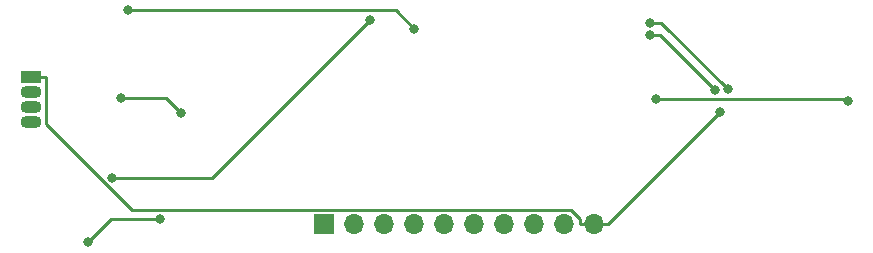
<source format=gbl>
G04 #@! TF.GenerationSoftware,KiCad,Pcbnew,(5.0.2)-1*
G04 #@! TF.CreationDate,2019-02-28T20:38:06-05:00*
G04 #@! TF.ProjectId,CEC01,43454330-312e-46b6-9963-61645f706362,v0.1*
G04 #@! TF.SameCoordinates,Original*
G04 #@! TF.FileFunction,Copper,L2,Bot*
G04 #@! TF.FilePolarity,Positive*
%FSLAX46Y46*%
G04 Gerber Fmt 4.6, Leading zero omitted, Abs format (unit mm)*
G04 Created by KiCad (PCBNEW (5.0.2)-1) date 2/28/2019 8:38:06 PM*
%MOMM*%
%LPD*%
G01*
G04 APERTURE LIST*
G04 #@! TA.AperFunction,ComponentPad*
%ADD10R,1.800000X1.070000*%
G04 #@! TD*
G04 #@! TA.AperFunction,ComponentPad*
%ADD11O,1.800000X1.070000*%
G04 #@! TD*
G04 #@! TA.AperFunction,ComponentPad*
%ADD12R,1.700000X1.700000*%
G04 #@! TD*
G04 #@! TA.AperFunction,ComponentPad*
%ADD13O,1.700000X1.700000*%
G04 #@! TD*
G04 #@! TA.AperFunction,ViaPad*
%ADD14C,0.800000*%
G04 #@! TD*
G04 #@! TA.AperFunction,Conductor*
%ADD15C,0.250000*%
G04 #@! TD*
G04 APERTURE END LIST*
D10*
G04 #@! TO.P,D1,1*
G04 #@! TO.N,GND*
X107950000Y-70612000D03*
D11*
G04 #@! TO.P,D1,2*
G04 #@! TO.N,Net-(D1-Pad2)*
X107950000Y-71882000D03*
G04 #@! TO.P,D1,3*
G04 #@! TO.N,Net-(D1-Pad3)*
X107950000Y-73152000D03*
G04 #@! TO.P,D1,4*
G04 #@! TO.N,Net-(D1-Pad4)*
X107950000Y-74422000D03*
G04 #@! TD*
D12*
G04 #@! TO.P,J2,1*
G04 #@! TO.N,VDD*
X132734000Y-83048100D03*
D13*
G04 #@! TO.P,J2,2*
G04 #@! TO.N,Net-(J2-Pad2)*
X135274000Y-83048100D03*
G04 #@! TO.P,J2,3*
G04 #@! TO.N,Net-(J2-Pad3)*
X137814000Y-83048100D03*
G04 #@! TO.P,J2,4*
G04 #@! TO.N,Net-(J2-Pad4)*
X140354000Y-83048100D03*
G04 #@! TO.P,J2,5*
G04 #@! TO.N,Net-(J2-Pad5)*
X142894000Y-83048100D03*
G04 #@! TO.P,J2,6*
G04 #@! TO.N,Net-(J2-Pad6)*
X145434000Y-83048100D03*
G04 #@! TO.P,J2,7*
G04 #@! TO.N,Net-(J2-Pad7)*
X147974000Y-83048100D03*
G04 #@! TO.P,J2,8*
G04 #@! TO.N,Net-(J2-Pad8)*
X150514000Y-83048100D03*
G04 #@! TO.P,J2,9*
G04 #@! TO.N,Net-(J2-Pad9)*
X153054000Y-83048100D03*
G04 #@! TO.P,J2,10*
G04 #@! TO.N,GND*
X155594000Y-83048100D03*
G04 #@! TD*
D14*
G04 #@! TO.N,Net-(C1-Pad1)*
X120650000Y-73660000D03*
X115570000Y-72390000D03*
G04 #@! TO.N,GND*
X166231700Y-73585700D03*
G04 #@! TO.N,Net-(C3-Pad1)*
X112723100Y-84607500D03*
X118871000Y-82618900D03*
G04 #@! TO.N,Net-(C5-Pad1)*
X177068800Y-72630100D03*
X160807500Y-72491500D03*
G04 #@! TO.N,Net-(J1-Pad2)*
X166886600Y-71674600D03*
X160300700Y-66020000D03*
G04 #@! TO.N,Net-(J1-Pad3)*
X165855800Y-71694900D03*
X160322100Y-67048300D03*
G04 #@! TO.N,Net-(R1-Pad1)*
X116106900Y-64973500D03*
X140347200Y-66520000D03*
G04 #@! TO.N,Net-(R2-Pad1)*
X114808800Y-79165900D03*
X136643100Y-65768600D03*
G04 #@! TD*
D15*
G04 #@! TO.N,Net-(C1-Pad1)*
X115570000Y-72390000D02*
X119380000Y-72390000D01*
X119380000Y-72390000D02*
X120650000Y-73660000D01*
G04 #@! TO.N,GND*
X155594000Y-83048100D02*
X154418700Y-83048100D01*
X154418700Y-83048100D02*
X154418700Y-82680700D01*
X154418700Y-82680700D02*
X153610800Y-81872800D01*
X153610800Y-81872800D02*
X116485600Y-81872800D01*
X116485600Y-81872800D02*
X109175300Y-74562500D01*
X109175300Y-74562500D02*
X109175300Y-70612000D01*
X156181700Y-83048100D02*
X155594000Y-83048100D01*
X107950000Y-70612000D02*
X109175300Y-70612000D01*
X156769300Y-83048100D02*
X166231700Y-73585700D01*
X156181700Y-83048100D02*
X156769300Y-83048100D01*
G04 #@! TO.N,Net-(C3-Pad1)*
X112723100Y-84607500D02*
X114711700Y-82618900D01*
X114711700Y-82618900D02*
X118871000Y-82618900D01*
G04 #@! TO.N,Net-(C5-Pad1)*
X160807500Y-72491500D02*
X176930200Y-72491500D01*
X176930200Y-72491500D02*
X177068800Y-72630100D01*
G04 #@! TO.N,Net-(J1-Pad2)*
X166886600Y-71674600D02*
X161232000Y-66020000D01*
X161232000Y-66020000D02*
X160300700Y-66020000D01*
G04 #@! TO.N,Net-(J1-Pad3)*
X165855800Y-71694900D02*
X161209200Y-67048300D01*
X161209200Y-67048300D02*
X160322100Y-67048300D01*
G04 #@! TO.N,Net-(R1-Pad1)*
X140347200Y-66520000D02*
X138800700Y-64973500D01*
X138800700Y-64973500D02*
X116106900Y-64973500D01*
G04 #@! TO.N,Net-(R2-Pad1)*
X114808800Y-79165900D02*
X123245800Y-79165900D01*
X123245800Y-79165900D02*
X136643100Y-65768600D01*
G04 #@! TD*
M02*

</source>
